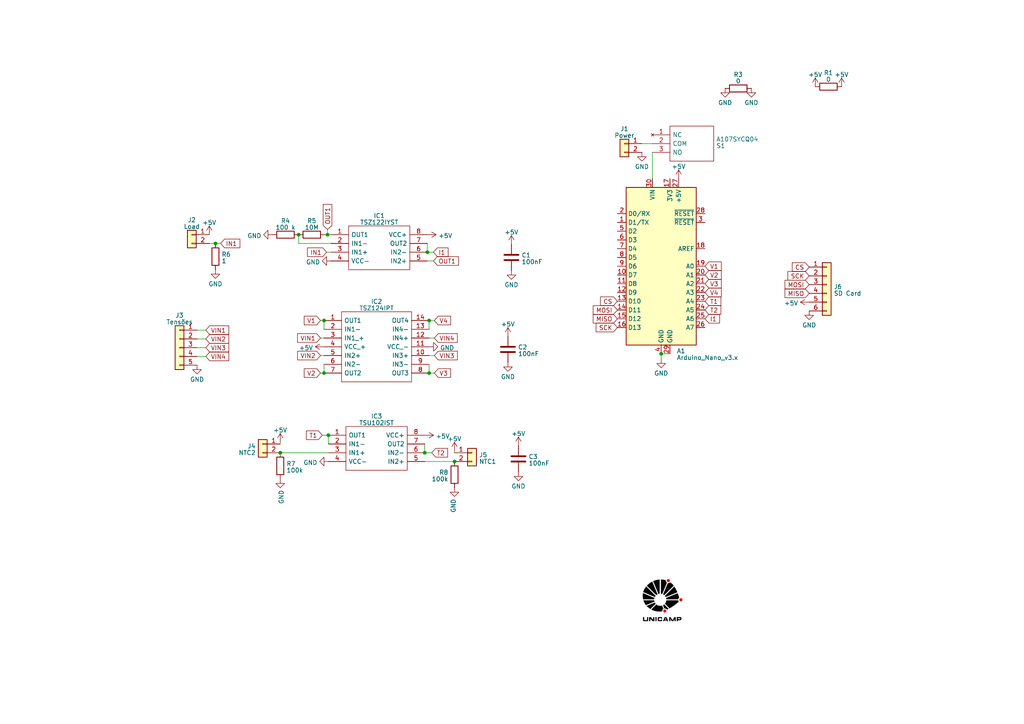
<source format=kicad_sch>
(kicad_sch (version 20230121) (generator eeschema)
  (paper "A4")
  (lib_symbols
    (symbol "Connector_Generic:Conn_01x02" (pin_names (offset 1.016) hide)
      (property "Reference" "J" (at 0 2.54 0))
      (property "Value" "Conn_01x02" (at 0 -5.08 0))
      (symbol "Conn_01x02_1_1"
        (rectangle (start -1.27 -2.413) (end 0 -2.667) (stroke (width 0.1524)))
        (rectangle (start -1.27 0.127) (end 0 -0.127) (stroke (width 0.1524)))
        (rectangle (start -1.27 1.27) (end 1.27 -3.81) (stroke (width 0.254)) (fill (type background)))
        (pin passive line (at -5.08 0 0) (length 3.81) (name "Pin_1") (number "1"))
        (pin passive line (at -5.08 -2.54 0) (length 3.81) (name "Pin_2") (number "2"))
      )
    )
    (symbol "Connector_Generic:Conn_01x05" (pin_names (offset 1.016) hide)
      (property "Reference" "J" (at 0 7.62 0))
      (property "Value" "Conn_01x05" (at 0 -7.62 0))
      (symbol "Conn_01x05_1_1"
        (rectangle (start -1.27 -4.953) (end 0 -5.207) (stroke (width 0.1524)))
        (rectangle (start -1.27 -2.413) (end 0 -2.667) (stroke (width 0.1524)))
        (rectangle (start -1.27 0.127) (end 0 -0.127) (stroke (width 0.1524)))
        (rectangle (start -1.27 2.667) (end 0 2.413) (stroke (width 0.1524)))
        (rectangle (start -1.27 5.207) (end 0 4.953) (stroke (width 0.1524)))
        (rectangle (start -1.27 6.35) (end 1.27 -6.35) (stroke (width 0.254)) (fill (type background)))
        (pin passive line (at -5.08 5.08 0) (length 3.81) (name "Pin_1") (number "1"))
        (pin passive line (at -5.08 2.54 0) (length 3.81) (name "Pin_2") (number "2"))
        (pin passive line (at -5.08 0 0) (length 3.81) (name "Pin_3") (number "3"))
        (pin passive line (at -5.08 -2.54 0) (length 3.81) (name "Pin_4") (number "4"))
        (pin passive line (at -5.08 -5.08 0) (length 3.81) (name "Pin_5") (number "5"))
      )
    )
    (symbol "Connector_Generic:Conn_01x06" (pin_names (offset 1.016) hide)
      (property "Reference" "J" (at 0 7.62 0))
      (property "Value" "Conn_01x06" (at 0 -10.16 0))
      (symbol "Conn_01x06_1_1"
        (rectangle (start -1.27 -7.493) (end 0 -7.747) (stroke (width 0.1524)))
        (rectangle (start -1.27 -4.953) (end 0 -5.207) (stroke (width 0.1524)))
        (rectangle (start -1.27 -2.413) (end 0 -2.667) (stroke (width 0.1524)))
        (rectangle (start -1.27 0.127) (end 0 -0.127) (stroke (width 0.1524)))
        (rectangle (start -1.27 2.667) (end 0 2.413) (stroke (width 0.1524)))
        (rectangle (start -1.27 5.207) (end 0 4.953) (stroke (width 0.1524)))
        (rectangle (start -1.27 6.35) (end 1.27 -8.89) (stroke (width 0.254)) (fill (type background)))
        (pin passive line (at -5.08 5.08 0) (length 3.81) (name "Pin_1") (number "1"))
        (pin passive line (at -5.08 2.54 0) (length 3.81) (name "Pin_2") (number "2"))
        (pin passive line (at -5.08 0 0) (length 3.81) (name "Pin_3") (number "3"))
        (pin passive line (at -5.08 -2.54 0) (length 3.81) (name "Pin_4") (number "4"))
        (pin passive line (at -5.08 -5.08 0) (length 3.81) (name "Pin_5") (number "5"))
        (pin passive line (at -5.08 -7.62 0) (length 3.81) (name "Pin_6") (number "6"))
      )
    )
    (symbol "Device:C" (pin_numbers hide) (pin_names (offset 0.254))
      (property "Reference" "C" (at 0.635 2.54 0))
      (property "Value" "C" (at 0.635 -2.54 0))
      (symbol "C_0_1"
        (polyline (pts (xy -2.032 -0.762) (xy 2.032 -0.762)) (stroke (width 0.508)))
        (polyline (pts (xy -2.032 0.762) (xy 2.032 0.762)) (stroke (width 0.508)))
      )
      (symbol "C_1_1"
        (pin passive line (at 0 3.81 270) (length 2.794) (name "~") (number "1"))
        (pin passive line (at 0 -3.81 90) (length 2.794) (name "~") (number "2"))
      )
    )
    (symbol "Device:R" (pin_numbers hide) (pin_names (offset 0))
      (property "Reference" "R" (at 2.032 0 90))
      (property "Value" "R" (at 0 0 90))
      (symbol "R_0_1"
        (rectangle (start -1.016 -2.54) (end 1.016 2.54) (stroke (width 0.254)))
      )
      (symbol "R_1_1"
        (pin passive line (at 0 3.81 270) (length 1.27) (name "~") (number "1"))
        (pin passive line (at 0 -3.81 90) (length 1.27) (name "~") (number "2"))
      )
    )
    (symbol "MCU_Module:Arduino_Nano_v3.x"
      (property "Reference" "A" (at -10.16 23.495 0))
      (property "Value" "Arduino_Nano_v3.x" (at 5.08 -24.13 0))
      (symbol "Arduino_Nano_v3.x_0_1"
        (rectangle (start -10.16 22.86) (end 10.16 -22.86) (stroke (width 0.254)) (fill (type background)))
      )
      (symbol "Arduino_Nano_v3.x_1_1"
        (pin bidirectional line (at -12.7 12.7 0) (length 2.54) (name "D1/TX") (number "1"))
        (pin bidirectional line (at -12.7 -2.54 0) (length 2.54) (name "D7") (number "10"))
        (pin bidirectional line (at -12.7 -5.08 0) (length 2.54) (name "D8") (number "11"))
        (pin bidirectional line (at -12.7 -7.62 0) (length 2.54) (name "D9") (number "12"))
        (pin bidirectional line (at -12.7 -10.16 0) (length 2.54) (name "D10") (number "13"))
        (pin bidirectional line (at -12.7 -12.7 0) (length 2.54) (name "D11") (number "14"))
        (pin bidirectional line (at -12.7 -15.24 0) (length 2.54) (name "D12") (number "15"))
        (pin bidirectional line (at -12.7 -17.78 0) (length 2.54) (name "D13") (number "16"))
        (pin power_out line (at 2.54 25.4 270) (length 2.54) (name "3V3") (number "17"))
        (pin input line (at 12.7 5.08 180) (length 2.54) (name "AREF") (number "18"))
        (pin bidirectional line (at 12.7 0 180) (length 2.54) (name "A0") (number "19"))
        (pin bidirectional line (at -12.7 15.24 0) (length 2.54) (name "D0/RX") (number "2"))
        (pin bidirectional line (at 12.7 -2.54 180) (length 2.54) (name "A1") (number "20"))
        (pin bidirectional line (at 12.7 -5.08 180) (length 2.54) (name "A2") (number "21"))
        (pin bidirectional line (at 12.7 -7.62 180) (length 2.54) (name "A3") (number "22"))
        (pin bidirectional line (at 12.7 -10.16 180) (length 2.54) (name "A4") (number "23"))
        (pin bidirectional line (at 12.7 -12.7 180) (length 2.54) (name "A5") (number "24"))
        (pin bidirectional line (at 12.7 -15.24 180) (length 2.54) (name "A6") (number "25"))
        (pin bidirectional line (at 12.7 -17.78 180) (length 2.54) (name "A7") (number "26"))
        (pin power_out line (at 5.08 25.4 270) (length 2.54) (name "+5V") (number "27"))
        (pin input line (at 12.7 15.24 180) (length 2.54) (name "~{RESET}") (number "28"))
        (pin power_in line (at 2.54 -25.4 90) (length 2.54) (name "GND") (number "29"))
        (pin input line (at 12.7 12.7 180) (length 2.54) (name "~{RESET}") (number "3"))
        (pin power_in line (at -2.54 25.4 270) (length 2.54) (name "VIN") (number "30"))
        (pin power_in line (at 0 -25.4 90) (length 2.54) (name "GND") (number "4"))
        (pin bidirectional line (at -12.7 10.16 0) (length 2.54) (name "D2") (number "5"))
        (pin bidirectional line (at -12.7 7.62 0) (length 2.54) (name "D3") (number "6"))
        (pin bidirectional line (at -12.7 5.08 0) (length 2.54) (name "D4") (number "7"))
        (pin bidirectional line (at -12.7 2.54 0) (length 2.54) (name "D5") (number "8"))
        (pin bidirectional line (at -12.7 0 0) (length 2.54) (name "D6") (number "9"))
      )
    )
    (symbol "SamacSys:A107SYCQ04" (pin_names (offset 0.762))
      (property "Reference" "S" (at 19.05 7.62 0))
      (property "Value" "A107SYCQ04" (at 19.05 5.08 0))
      (symbol "A107SYCQ04_0_0"
        (pin no_connect line (at 0 -5.08 0) (length 5.08) (name "NC") (number "1"))
        (pin passive line (at 0 -2.54 0) (length 5.08) (name "COM") (number "2"))
        (pin passive line (at 0 0 0) (length 5.08) (name "NO") (number "3"))
      )
      (symbol "A107SYCQ04_0_1"
        (polyline (pts (xy 5.08 2.54) (xy 17.78 2.54) (xy 17.78 -7.62) (xy 5.08 -7.62) (xy 5.08 2.54)) (stroke (width 0.1524)))
      )
    )
    (symbol "SamacSys:TSU102IST" (pin_names (offset 0.762))
      (property "Reference" "IC" (at 24.13 7.62 0))
      (property "Value" "TSU102IST" (at 24.13 5.08 0))
      (symbol "TSU102IST_0_0"
        (pin output line (at 0 0 0) (length 5.08) (name "OUT1") (number "1"))
        (pin input line (at 0 -2.54 0) (length 5.08) (name "IN1-") (number "2"))
        (pin input line (at 0 -5.08 0) (length 5.08) (name "IN1+") (number "3"))
        (pin power_in line (at 0 -7.62 0) (length 5.08) (name "VCC-") (number "4"))
        (pin input line (at 27.94 -7.62 180) (length 5.08) (name "IN2+") (number "5"))
        (pin input line (at 27.94 -5.08 180) (length 5.08) (name "IN2-") (number "6"))
        (pin output line (at 27.94 -2.54 180) (length 5.08) (name "OUT2") (number "7"))
        (pin power_in line (at 27.94 0 180) (length 5.08) (name "VCC+") (number "8"))
      )
      (symbol "TSU102IST_0_1"
        (polyline (pts (xy 5.08 2.54) (xy 22.86 2.54) (xy 22.86 -10.16) (xy 5.08 -10.16) (xy 5.08 2.54)) (stroke (width 0.1524)))
      )
    )
    (symbol "SamacSys:TSZ122IYST" (pin_names (offset 0.762))
      (property "Reference" "IC" (at 24.13 7.62 0))
      (property "Value" "TSZ122IYST" (at 24.13 5.08 0))
      (symbol "TSZ122IYST_0_0"
        (pin passive line (at 0 0 0) (length 5.08) (name "OUT1") (number "1"))
        (pin passive line (at 0 -2.54 0) (length 5.08) (name "IN1-") (number "2"))
        (pin passive line (at 0 -5.08 0) (length 5.08) (name "IN1+") (number "3"))
        (pin passive line (at 0 -7.62 0) (length 5.08) (name "VCC-") (number "4"))
        (pin passive line (at 27.94 -7.62 180) (length 5.08) (name "IN2+") (number "5"))
        (pin passive line (at 27.94 -5.08 180) (length 5.08) (name "IN2-") (number "6"))
        (pin passive line (at 27.94 -2.54 180) (length 5.08) (name "OUT2") (number "7"))
        (pin passive line (at 27.94 0 180) (length 5.08) (name "VCC+") (number "8"))
      )
      (symbol "TSZ122IYST_0_1"
        (polyline (pts (xy 5.08 2.54) (xy 22.86 2.54) (xy 22.86 -10.16) (xy 5.08 -10.16) (xy 5.08 2.54)) (stroke (width 0.1524)))
      )
    )
    (symbol "SamacSys:TSZ124IPT" (pin_names (offset 0.762))
      (property "Reference" "IC" (at 26.67 7.62 0))
      (property "Value" "TSZ124IPT" (at 26.67 5.08 0))
      (symbol "TSZ124IPT_0_0"
        (pin passive line (at 0 0 0) (length 5.08) (name "OUT1") (number "1"))
        (pin passive line (at 30.48 -10.16 180) (length 5.08) (name "IN3+") (number "10"))
        (pin passive line (at 30.48 -7.62 180) (length 5.08) (name "VCC_-") (number "11"))
        (pin passive line (at 30.48 -5.08 180) (length 5.08) (name "IN4+") (number "12"))
        (pin passive line (at 30.48 -2.54 180) (length 5.08) (name "IN4-") (number "13"))
        (pin passive line (at 30.48 0 180) (length 5.08) (name "OUT4") (number "14"))
        (pin passive line (at 0 -2.54 0) (length 5.08) (name "IN1-") (number "2"))
        (pin passive line (at 0 -5.08 0) (length 5.08) (name "IN1_+") (number "3"))
        (pin passive line (at 0 -7.62 0) (length 5.08) (name "VCC_+") (number "4"))
        (pin passive line (at 0 -10.16 0) (length 5.08) (name "IN2+") (number "5"))
        (pin passive line (at 0 -12.7 0) (length 5.08) (name "IN2-") (number "6"))
        (pin passive line (at 0 -15.24 0) (length 5.08) (name "OUT2") (number "7"))
        (pin passive line (at 30.48 -15.24 180) (length 5.08) (name "OUT3") (number "8"))
        (pin passive line (at 30.48 -12.7 180) (length 5.08) (name "IN3-") (number "9"))
      )
      (symbol "TSZ124IPT_0_1"
        (polyline (pts (xy 5.08 2.54) (xy 25.4 2.54) (xy 25.4 -17.78) (xy 5.08 -17.78) (xy 5.08 2.54)) (stroke (width 0.1524)))
      )
    )
    (symbol "power:+5V" (power) (pin_names (offset 0))
      (property "Value" "+5V" (at 0 3.556 0))
      (symbol "+5V_0_1"
        (polyline (pts (xy -0.762 1.27) (xy 0 2.54)))
        (polyline (pts (xy 0 0) (xy 0 2.54)))
        (polyline (pts (xy 0 2.54) (xy 0.762 1.27)))
      )
      (symbol "+5V_1_1"
        (pin power_in line (at 0 0 90) (length 0) hide (name "+5V") (number "1"))
      )
    )
    (symbol "power:GND" (power) (pin_names (offset 0))
      (property "Value" "GND" (at 0 -3.81 0))
      (symbol "GND_0_1"
        (polyline (pts (xy 0 0) (xy 0 -1.27) (xy 1.27 -1.27) (xy 0 -2.54) (xy -1.27 -1.27) (xy 0 -1.27)))
      )
      (symbol "GND_1_1"
        (pin power_in line (at 0 0 270) (length 0) hide (name "GND") (number "1"))
      )
    )
  )
  (junction (at 123.19 131.318))
  (junction (at 62.484 70.612))
  (junction (at 124.46 92.964))
  (junction (at 124.46 108.204))
  (junction (at 94.996 68.072))
  (junction (at 93.98 92.964))
  (junction (at 93.98 108.204))
  (junction (at 131.826 133.858))
  (junction (at 123.952 73.152))
  (junction (at 191.77 102.616))
  (junction (at 86.614 68.072))
  (junction (at 81.28 131.318))
  (junction (at 95.25 126.238))
  (wire (pts (xy 124.46 105.664) (xy 124.46 108.204)))
  (wire (pts (xy 92.964 103.124) (xy 93.98 103.124)))
  (wire (pts (xy 124.46 92.964) (xy 124.46 95.504)))
  (wire (pts (xy 94.742 73.152) (xy 96.012 73.152)))
  (wire (pts (xy 124.46 92.964) (xy 125.984 92.964)))
  (wire (pts (xy 81.28 131.318) (xy 95.25 131.318)))
  (wire (pts (xy 64.008 70.612) (xy 62.484 70.612)))
  (wire (pts (xy 123.952 73.152) (xy 125.73 73.152)))
  (wire (pts (xy 60.706 70.612) (xy 62.484 70.612)))
  (wire (pts (xy 92.964 98.044) (xy 93.98 98.044)))
  (wire (pts (xy 186.182 41.656) (xy 189.23 41.656)))
  (wire (pts (xy 123.19 133.858) (xy 131.826 133.858)))
  (wire (pts (xy 96.012 70.612) (xy 86.614 70.612)))
  (wire (pts (xy 124.46 108.204) (xy 125.984 108.204)))
  (wire (pts (xy 123.952 70.612) (xy 123.952 73.152)))
  (wire (pts (xy 57.15 98.298) (xy 59.69 98.298)))
  (wire (pts (xy 123.952 75.692) (xy 125.73 75.692)))
  (wire (pts (xy 57.15 95.758) (xy 59.69 95.758)))
  (wire (pts (xy 93.98 105.664) (xy 93.98 108.204)))
  (wire (pts (xy 94.234 68.072) (xy 94.996 68.072)))
  (wire (pts (xy 189.23 44.196) (xy 189.23 51.816)))
  (wire (pts (xy 81.28 128.27) (xy 81.28 128.778)))
  (wire (pts (xy 57.15 103.378) (xy 59.69 103.378)))
  (wire (pts (xy 131.826 130.81) (xy 131.826 131.318)))
  (wire (pts (xy 191.77 102.616) (xy 194.31 102.616)))
  (wire (pts (xy 92.964 108.204) (xy 93.98 108.204)))
  (wire (pts (xy 92.964 92.964) (xy 93.98 92.964)))
  (wire (pts (xy 57.15 100.838) (xy 59.69 100.838)))
  (wire (pts (xy 125.984 98.044) (xy 124.46 98.044)))
  (wire (pts (xy 124.46 103.124) (xy 125.984 103.124)))
  (wire (pts (xy 93.98 92.964) (xy 93.98 95.504)))
  (wire (pts (xy 94.996 68.072) (xy 96.012 68.072)))
  (wire (pts (xy 94.996 66.548) (xy 94.996 68.072)))
  (wire (pts (xy 95.25 126.238) (xy 95.25 128.778)))
  (wire (pts (xy 93.472 126.238) (xy 95.25 126.238)))
  (wire (pts (xy 191.77 102.616) (xy 191.77 104.14)))
  (wire (pts (xy 86.614 70.612) (xy 86.614 68.072)))
  (wire (pts (xy 123.19 128.778) (xy 123.19 131.318)))
  (wire (pts (xy 123.19 131.318) (xy 125.222 131.318)))
  (image (at 191.897 174.244) (scale 0.629171))
  (global_label "VIN1" (shape input) (at 59.69 95.758 0) (property "Intersheetrefs" "${INTERSHEET_REFS}" (effects hide)))
  (global_label "MISO" (shape input) (at 179.07 92.456 180) (property "Intersheetrefs" "${INTERSHEET_REFS}" (effects hide)))
  (global_label "VIN1" (shape input) (at 92.964 98.044 180) (property "Intersheetrefs" "${INTERSHEET_REFS}" (effects hide)))
  (global_label "V3" (shape input) (at 125.984 108.204 0) (property "Intersheetrefs" "${INTERSHEET_REFS}" (effects hide)))
  (global_label "V4" (shape input) (at 125.984 92.964 0) (property "Intersheetrefs" "${INTERSHEET_REFS}" (effects hide)))
  (global_label "MOSI" (shape input) (at 234.696 82.55 180) (property "Intersheetrefs" "${INTERSHEET_REFS}" (effects hide)))
  (global_label "V2" (shape input) (at 92.964 108.204 180) (property "Intersheetrefs" "${INTERSHEET_REFS}" (effects hide)))
  (global_label "V2" (shape input) (at 204.47 79.756 0) (property "Intersheetrefs" "${INTERSHEET_REFS}" (effects hide)))
  (global_label "OUT1" (shape input) (at 94.996 66.548 90) (property "Intersheetrefs" "${INTERSHEET_REFS}" (effects hide)))
  (global_label "I1" (shape input) (at 204.47 92.456 0) (property "Intersheetrefs" "${INTERSHEET_REFS}" (effects hide)))
  (global_label "T1" (shape input) (at 93.472 126.238 180) (property "Intersheetrefs" "${INTERSHEET_REFS}" (effects hide)))
  (global_label "VIN2" (shape input) (at 92.964 103.124 180) (property "Intersheetrefs" "${INTERSHEET_REFS}" (effects hide)))
  (global_label "T2" (shape input) (at 125.222 131.318 0) (property "Intersheetrefs" "${INTERSHEET_REFS}" (effects hide)))
  (global_label "V1" (shape input) (at 92.964 92.964 180) (property "Intersheetrefs" "${INTERSHEET_REFS}" (effects hide)))
  (global_label "V3" (shape input) (at 204.47 82.296 0) (property "Intersheetrefs" "${INTERSHEET_REFS}" (effects hide)))
  (global_label "CS" (shape input) (at 234.696 77.47 180) (property "Intersheetrefs" "${INTERSHEET_REFS}" (effects hide)))
  (global_label "T2" (shape input) (at 204.47 89.916 0) (property "Intersheetrefs" "${INTERSHEET_REFS}" (effects hide)))
  (global_label "CS" (shape input) (at 179.07 87.376 180) (property "Intersheetrefs" "${INTERSHEET_REFS}" (effects hide)))
  (global_label "IN1" (shape input) (at 94.742 73.152 180) (property "Intersheetrefs" "${INTERSHEET_REFS}" (effects hide)))
  (global_label "VIN2" (shape input) (at 59.69 98.298 0) (property "Intersheetrefs" "${INTERSHEET_REFS}" (effects hide)))
  (global_label "VIN4" (shape input) (at 59.69 103.378 0) (property "Intersheetrefs" "${INTERSHEET_REFS}" (effects hide)))
  (global_label "SCK" (shape input) (at 179.07 94.996 180) (property "Intersheetrefs" "${INTERSHEET_REFS}" (effects hide)))
  (global_label "T1" (shape input) (at 204.47 87.376 0) (property "Intersheetrefs" "${INTERSHEET_REFS}" (effects hide)))
  (global_label "I1" (shape input) (at 125.73 73.152 0) (property "Intersheetrefs" "${INTERSHEET_REFS}" (effects hide)))
  (global_label "MISO" (shape input) (at 234.696 85.09 180) (property "Intersheetrefs" "${INTERSHEET_REFS}" (effects hide)))
  (global_label "MOSI" (shape input) (at 179.07 89.916 180) (property "Intersheetrefs" "${INTERSHEET_REFS}" (effects hide)))
  (global_label "SCK" (shape input) (at 234.696 80.01 180) (property "Intersheetrefs" "${INTERSHEET_REFS}" (effects hide)))
  (global_label "VIN3" (shape input) (at 125.984 103.124 0) (property "Intersheetrefs" "${INTERSHEET_REFS}" (effects hide)))
  (global_label "VIN4" (shape input) (at 125.984 98.044 0) (property "Intersheetrefs" "${INTERSHEET_REFS}" (effects hide)))
  (global_label "V4" (shape input) (at 204.47 84.836 0) (property "Intersheetrefs" "${INTERSHEET_REFS}" (effects hide)))
  (global_label "VIN3" (shape input) (at 59.69 100.838 0) (property "Intersheetrefs" "${INTERSHEET_REFS}" (effects hide)))
  (global_label "IN1" (shape input) (at 64.008 70.612 0) (property "Intersheetrefs" "${INTERSHEET_REFS}" (effects hide)))
  (global_label "V1" (shape input) (at 204.47 77.216 0) (property "Intersheetrefs" "${INTERSHEET_REFS}" (effects hide)))
  (global_label "OUT1" (shape input) (at 125.73 75.692 0) (property "Intersheetrefs" "${INTERSHEET_REFS}" (effects hide)))
  (symbol (lib_id "power:GND") (at 147.32 105.156 0) (unit 1)
    (property "Reference" "#PWR020" (effects hide))
    (property "Value" "GND" (at 147.32 109.2915 0))
  )
  (symbol (lib_id "power:+5V") (at 148.336 70.866 0) (unit 1)
    (property "Reference" "#PWR012" (effects hide))
    (property "Value" "+5V" (at 148.336 67.3641 0))
  )
  (symbol (lib_id "power:+5V") (at 123.19 126.238 270) (unit 1)
    (property "Reference" "#PWR022" (effects hide))
    (property "Value" "+5V" (at 126.365 126.5548 90) (effects (justify left)))
  )
  (symbol (lib_id "power:GND") (at 57.15 105.918 0) (unit 1)
    (property "Reference" "#PWR021" (effects hide))
    (property "Value" "GND" (at 57.15 110.0535 0))
  )
  (symbol (lib_id "power:+5V") (at 131.826 130.81 0) (unit 1)
    (property "Reference" "#PWR025" (effects hide))
    (property "Value" "+5V" (at 131.826 127.3081 0))
  )
  (symbol (lib_id "power:GND") (at 191.77 104.14 0) (mirror y) (unit 1)
    (property "Reference" "#PWR019" (effects hide))
    (property "Value" "GND" (at 191.77 108.2755 0))
  )
  (symbol (lib_id "Connector_Generic:Conn_01x06") (at 239.776 82.55 0) (unit 1)
    (property "Reference" "J6" (at 241.808 83.1763 0) (effects (justify left)))
    (property "Value" "SD Card" (at 241.808 85.0973 0) (effects (justify left)))
    (property "Footprint" "Connector_PinHeader_2.54mm:PinHeader_1x06_P2.54mm_Vertical" (effects hide))
  )
  (symbol (lib_id "power:+5V") (at 236.474 25.146 0) (unit 1)
    (property "Reference" "#PWR01" (effects hide))
    (property "Value" "+5V" (at 236.474 21.6441 0))
  )
  (symbol (lib_id "Device:R") (at 131.826 137.668 0) (mirror y) (unit 1)
    (property "Reference" "R8" (at 130.048 137.0243 0) (effects (justify left)))
    (property "Value" "100k" (at 130.048 138.9453 0) (effects (justify left)))
    (property "Footprint" "Resistor_SMD:R_0805_2012Metric" (effects hide))
  )
  (symbol (lib_id "Device:R") (at 240.284 25.146 90) (unit 1)
    (property "Reference" "R1" (at 240.284 21.1201 90))
    (property "Value" "0" (at 240.284 23.0411 90))
    (property "Footprint" "Resistor_SMD:R_1206_3216Metric" (effects hide))
  )
  (symbol (lib_id "Device:R") (at 90.424 68.072 270) (unit 1)
    (property "Reference" "R5" (at 90.424 64.0461 90))
    (property "Value" "10M" (at 90.424 65.9671 90))
    (property "Footprint" "Resistor_SMD:R_0805_2012Metric" (effects hide))
  )
  (symbol (lib_id "power:+5V") (at 93.98 100.584 90) (unit 1)
    (property "Reference" "#PWR017" (effects hide))
    (property "Value" "+5V" (at 90.8051 100.9008 90) (effects (justify left)))
  )
  (symbol (lib_id "power:+5V") (at 81.28 128.27 0) (unit 1)
    (property "Reference" "#PWR023" (effects hide))
    (property "Value" "+5V" (at 81.28 124.7681 0))
  )
  (symbol (lib_id "power:GND") (at 62.484 78.232 0) (unit 1)
    (property "Reference" "#PWR014" (effects hide))
    (property "Value" "GND" (at 62.484 82.3675 0))
  )
  (symbol (lib_id "power:+5V") (at 244.094 25.146 0) (unit 1)
    (property "Reference" "#PWR02" (effects hide))
    (property "Value" "+5V" (at 244.094 21.6441 0))
  )
  (symbol (lib_id "power:GND") (at 148.336 78.486 0) (unit 1)
    (property "Reference" "#PWR015" (effects hide))
    (property "Value" "GND" (at 148.336 82.6215 0))
  )
  (symbol (lib_id "power:+5V") (at 60.706 68.072 0) (unit 1)
    (property "Reference" "#PWR09" (effects hide))
    (property "Value" "+5V" (at 60.706 64.5701 0))
  )
  (symbol (lib_id "Device:C") (at 147.32 101.346 0) (unit 1)
    (property "Reference" "C2" (at 150.241 100.7023 0) (effects (justify left)))
    (property "Value" "100nF" (at 150.241 102.6233 0) (effects (justify left)))
    (property "Footprint" "Capacitor_SMD:C_0805_2012Metric" (effects hide))
  )
  (symbol (lib_id "Device:R") (at 62.484 74.422 0) (unit 1)
    (property "Reference" "R6" (at 64.262 73.7783 0) (effects (justify left)))
    (property "Value" "1" (at 64.262 75.6993 0) (effects (justify left)))
    (property "Footprint" "Resistor_SMD:R_0805_2012Metric" (effects hide))
  )
  (symbol (lib_id "power:GND") (at 124.46 100.584 90) (unit 1)
    (property "Reference" "#PWR018" (effects hide))
    (property "Value" "GND" (at 127.635 100.9008 90) (effects (justify right)))
  )
  (symbol (lib_id "power:+5V") (at 123.952 68.072 270) (unit 1)
    (property "Reference" "#PWR011" (effects hide))
    (property "Value" "+5V" (at 127.127 68.3888 90) (effects (justify left)))
  )
  (symbol (lib_id "Device:R") (at 214.122 25.654 90) (unit 1)
    (property "Reference" "R3" (at 214.122 21.6281 90))
    (property "Value" "0" (at 214.122 23.5491 90))
    (property "Footprint" "Resistor_SMD:R_1206_3216Metric" (effects hide))
  )
  (symbol (lib_id "power:GND") (at 234.696 90.17 0) (mirror y) (unit 1)
    (property "Reference" "#PWR07" (effects hide))
    (property "Value" "GND" (at 234.696 94.3055 0))
  )
  (symbol (lib_id "SamacSys:A107SYCQ04") (at 189.23 44.196 0) (mirror x) (unit 1)
    (property "Reference" "S1" (at 207.7212 42.2997 0) (effects (justify left)))
    (property "Value" "A107SYCQ04" (at 207.7212 40.3787 0) (effects (justify left)))
    (property "Footprint" "A107SYCQ04" (effects hide))
    (property "Datasheet" "https://www.te.com/commerce/DocumentDelivery/DDEController?Action=showdoc&DocId=Customer+Drawing%7F1825137%7FA8%7Fpdf%7FEnglish%7FENG_CD_1825137_A8.pdf%7F5-1825137-1" (effects hide))
    (property "Description" "Toggle Switches SP ON-OFF-(ON) BAT PC TOGGLE SWITCH" (effects hide))
    (property "Height" "28.194" (effects hide))
    (property "Manufacturer_Name" "TE Connectivity" (effects hide))
    (property "Manufacturer_Part_Number" "A107SYCQ04" (effects hide))
    (property "Mouser Part Number" "506-5-1825137-1" (effects hide))
    (property "Mouser Price/Stock" "https://www.mouser.co.uk/ProductDetail/TE-Connectivity-AMP/A107SYCQ04?qs=9WkjXeXHXGz78jldEjGFKg%3D%3D" (effects hide))
  )
  (symbol (lib_id "power:+5V") (at 196.85 51.816 0) (unit 1)
    (property "Reference" "#PWR08" (effects hide))
    (property "Value" "+5V" (at 196.85 48.3141 0))
  )
  (symbol (lib_id "power:+5V") (at 150.368 129.286 0) (unit 1)
    (property "Reference" "#PWR024" (effects hide))
    (property "Value" "+5V" (at 150.368 125.7841 0))
  )
  (symbol (lib_id "power:GND") (at 217.932 25.654 0) (unit 1)
    (property "Reference" "#PWR06" (effects hide))
    (property "Value" "GND" (at 217.932 29.7895 0))
  )
  (symbol (lib_id "Connector_Generic:Conn_01x02") (at 76.2 128.778 0) (mirror y) (unit 1)
    (property "Reference" "J4" (at 74.168 129.4043 0) (effects (justify left)))
    (property "Value" "NTC2" (at 74.168 131.3253 0) (effects (justify left)))
    (property "Footprint" "Connector_PinHeader_2.54mm:PinHeader_1x02_P2.54mm_Vertical" (effects hide))
  )
  (symbol (lib_id "Device:C") (at 150.368 133.096 0) (unit 1)
    (property "Reference" "C3" (at 153.289 132.4523 0) (effects (justify left)))
    (property "Value" "100nF" (at 153.289 134.3733 0) (effects (justify left)))
    (property "Footprint" "Capacitor_SMD:C_0805_2012Metric" (effects hide))
  )
  (symbol (lib_id "power:GND") (at 210.312 25.654 0) (unit 1)
    (property "Reference" "#PWR05" (effects hide))
    (property "Value" "GND" (at 210.312 29.7895 0))
  )
  (symbol (lib_id "Connector_Generic:Conn_01x02") (at 55.626 68.072 0) (mirror y) (unit 1)
    (property "Reference" "J2" (at 55.626 63.7921 0))
    (property "Value" "Load" (at 55.626 65.7131 0))
    (property "Footprint" "Connector_PinHeader_2.54mm:PinHeader_1x02_P2.54mm_Vertical" (effects hide))
  )
  (symbol (lib_id "Device:R") (at 82.804 68.072 270) (unit 1)
    (property "Reference" "R4" (at 82.804 64.0461 90))
    (property "Value" "100 k" (at 82.804 65.9671 90))
    (property "Footprint" "Resistor_SMD:R_0805_2012Metric" (effects hide))
  )
  (symbol (lib_id "power:+5V") (at 234.696 87.63 90) (unit 1)
    (property "Reference" "#PWR04" (effects hide))
    (property "Value" "+5V" (at 231.5211 87.9468 90) (effects (justify left)))
  )
  (symbol (lib_id "Device:R") (at 81.28 135.128 0) (unit 1)
    (property "Reference" "R7" (at 83.058 134.4843 0) (effects (justify left)))
    (property "Value" "100k" (at 83.058 136.4053 0) (effects (justify left)))
    (property "Footprint" "Resistor_SMD:R_0805_2012Metric" (effects hide))
  )
  (symbol (lib_id "power:GND") (at 186.182 44.196 0) (unit 1)
    (property "Reference" "#PWR03" (effects hide))
    (property "Value" "GND" (at 186.182 48.3315 0))
  )
  (symbol (lib_id "power:+5V") (at 147.32 97.536 0) (unit 1)
    (property "Reference" "#PWR016" (effects hide))
    (property "Value" "+5V" (at 147.32 94.0341 0))
  )
  (symbol (lib_id "power:GND") (at 96.012 75.692 270) (unit 1)
    (property "Reference" "#PWR013" (effects hide))
    (property "Value" "GND" (at 92.8371 76.0088 90) (effects (justify right)))
  )
  (symbol (lib_id "Connector_Generic:Conn_01x05") (at 52.07 100.838 0) (mirror y) (unit 1)
    (property "Reference" "J3" (at 52.07 91.4781 0))
    (property "Value" "Tensões" (at 52.07 93.3991 0))
    (property "Footprint" "Connector_PinHeader_2.54mm:PinHeader_1x05_P2.54mm_Vertical" (effects hide))
  )
  (symbol (lib_id "power:GND") (at 150.368 136.906 0) (unit 1)
    (property "Reference" "#PWR027" (effects hide))
    (property "Value" "GND" (at 150.368 141.0415 0))
  )
  (symbol (lib_id "SamacSys:TSU102IST") (at 95.25 126.238 0) (unit 1)
    (property "Reference" "IC3" (at 109.22 120.7389 0))
    (property "Value" "TSU102IST" (at 109.22 122.6599 0))
    (property "Footprint" "SOP65P490X110-8N" (effects hide))
    (property "Datasheet" "https://componentsearchengine.com/Datasheets/2/TSU102IST.pdf" (effects hide))
    (property "Description" "STMicroelectronics TSU102IST, Dual CMOS Op Amp, 8kHz Rail-Rail, 1.5  5.5 V, 8-Pin MSOP" (effects hide))
    (property "Height" "1.1" (effects hide))
    (property "Manufacturer_Name" "STMicroelectronics" (effects hide))
    (property "Manufacturer_Part_Number" "TSU102IST" (effects hide))
    (property "Mouser Part Number" "511-TSU102IST" (effects hide))
    (property "Mouser Price/Stock" "https://www.mouser.co.uk/ProductDetail/STMicroelectronics/TSU102IST?qs=4ccVDqXDOrn0ThJi%2FeGWQg%3D%3D" (effects hide))
    (property "Arrow Part Number" "TSU102IST" (effects hide))
    (property "Arrow Price/Stock" "https://www.arrow.com/en/products/tsu102ist/stmicroelectronics?region=nac" (effects hide))
  )
  (symbol (lib_id "SamacSys:TSZ122IYST") (at 96.012 68.072 0) (unit 1)
    (property "Reference" "IC1" (at 109.982 62.5729 0))
    (property "Value" "TSZ122IYST" (at 109.982 64.4939 0))
    (property "Footprint" "SOP65P490X110-8N" (effects hide))
    (property "Datasheet" "https://www.st.com/resource/en/datasheet/tsz121.pdf" (effects hide))
    (property "Description" "Very high accuracy (5 uV) zero drift 5 V CMOS Op-Amps, dual, GBP=400kHz" (effects hide))
    (property "Height" "1.1" (effects hide))
    (property "Manufacturer_Name" "STMicroelectronics" (effects hide))
    (property "Manufacturer_Part_Number" "TSZ122IYST" (effects hide))
    (property "Mouser Part Number" "511-TSZ122IYST" (effects hide))
    (property "Mouser Price/Stock" "https://www.mouser.co.uk/ProductDetail/STMicroelectronics/TSZ122IYST?qs=4ccVDqXDOrkj2VqpAIlthA%3D%3D" (effects hide))
    (property "Arrow Part Number" "TSZ122IYST" (effects hide))
    (property "Arrow Price/Stock" "https://www.arrow.com/en/products/tsz122iyst/stmicroelectronics?region=nac" (effects hide))
  )
  (symbol (lib_id "power:GND") (at 81.28 138.938 0) (unit 1)
    (property "Reference" "#PWR028" (effects hide))
    (property "Value" "GND" (at 81.5968 142.1129 90) (effects (justify right)))
  )
  (symbol (lib_id "MCU_Module:Arduino_Nano_v3.x") (at 191.77 77.216 0) (unit 1)
    (property "Reference" "A1" (at 196.2659 101.7985 0) (effects (justify left)))
    (property "Value" "Arduino_Nano_v3.x" (at 196.2659 103.7195 0) (effects (justify left)))
    (property "Footprint" "Module:Arduino_Nano" (effects hide))
    (property "Datasheet" "http://www.mouser.com/pdfdocs/Gravitech_Arduino_Nano3_0.pdf" (effects hide))
  )
  (symbol (lib_id "power:GND") (at 131.826 141.478 0) (mirror y) (unit 1)
    (property "Reference" "#PWR029" (effects hide))
    (property "Value" "GND" (at 131.5092 144.6529 90) (effects (justify right)))
  )
  (symbol (lib_id "Connector_Generic:Conn_01x02") (at 136.906 131.318 0) (unit 1)
    (property "Reference" "J5" (at 138.938 131.9443 0) (effects (justify left)))
    (property "Value" "NTC1" (at 138.938 133.8653 0) (effects (justify left)))
    (property "Footprint" "Connector_PinHeader_2.54mm:PinHeader_1x02_P2.54mm_Vertical" (effects hide))
  )
  (symbol (lib_id "SamacSys:TSZ124IPT") (at 93.98 92.964 0) (unit 1)
    (property "Reference" "IC2" (at 109.22 87.4649 0))
    (property "Value" "TSZ124IPT" (at 109.22 89.3859 0))
    (property "Footprint" "SOP65P640X120-14N" (effects hide))
    (property "Datasheet" "https://componentsearchengine.com/Datasheets/1/TSZ124IPT.pdf" (effects hide))
    (property "Description" "Precision Amplifiers Hi Acc 5uV zero drift microPwr 5V" (effects hide))
    (property "Height" "1.2" (effects hide))
    (property "Manufacturer_Name" "STMicroelectronics" (effects hide))
    (property "Manufacturer_Part_Number" "TSZ124IPT" (effects hide))
    (property "Mouser Part Number" "511-TSZ124IPT" (effects hide))
    (property "Mouser Price/Stock" "https://www.mouser.co.uk/ProductDetail/STMicroelectronics/TSZ124IPT?qs=4ccVDqXDOrkesoPjIgfCPA%3D%3D" (effects hide))
    (property "Arrow Part Number" "TSZ124IPT" (effects hide))
    (property "Arrow Price/Stock" "https://www.arrow.com/en/products/tsz124ipt/stmicroelectronics?region=nac" (effects hide))
  )
  (symbol (lib_id "Device:C") (at 148.336 74.676 0) (unit 1)
    (property "Reference" "C1" (at 151.257 74.0323 0) (effects (justify left)))
    (property "Value" "100nF" (at 151.257 75.9533 0) (effects (justify left)))
    (property "Footprint" "Capacitor_SMD:C_0805_2012Metric" (effects hide))
  )
  (symbol (lib_id "Connector_Generic:Conn_01x02") (at 181.102 41.656 0) (mirror y) (unit 1)
    (property "Reference" "J1" (at 181.102 37.3761 0))
    (property "Value" "Power" (at 181.102 39.2971 0))
    (property "Footprint" "Connector_PinHeader_2.54mm:PinHeader_1x02_P2.54mm_Vertical" (effects hide))
  )
  (symbol (lib_id "power:GND") (at 95.25 133.858 270) (mirror x) (unit 1)
    (property "Reference" "#PWR026" (effects hide))
    (property "Value" "GND" (at 92.0751 134.1748 90) (effects (justify right)))
  )
  (symbol (lib_id "power:GND") (at 78.994 68.072 270) (unit 1)
    (property "Reference" "#PWR010" (effects hide))
    (property "Value" "GND" (at 75.8191 68.3888 90) (effects (justify right)))
  )
)
</source>
